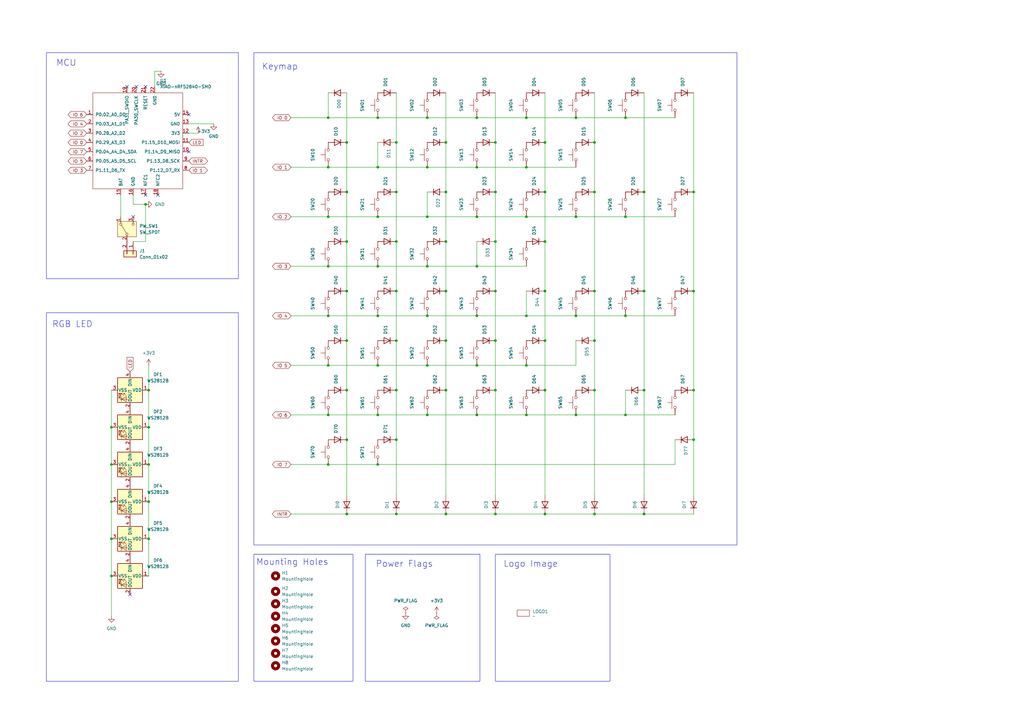
<source format=kicad_sch>
(kicad_sch (version 20250114) (generator "eeschema") (generator_version "9.0")
  (paper "A3")
  (title_block (title "Keyboard003 hmkb44") (date "2025-05-14") (rev "1.00"))
  (lib_symbols
    (symbol "1N4148_1" (pin_numbers (hide yes)) (pin_names (hide yes))
      (property "Reference" "D06" (at 0.635 -2.54 90))
      (symbol "1N4148_1_1_1"
        (pin passive line (at -3.81 0 0) (length 2.54) (name "K") (number "1"))
        (pin passive line (at 3.81 0 180) (length 2.54) (name "A") (number "2"))
      )
    )
    (symbol "Connector_Generic:Conn_01x02" (pin_names (offset 1.016) (hide yes))
      (property "Reference" "J" (at 0 2.54 0))
      (property "Value" "Conn_01x02" (at 0 -5.08 0))
      (symbol "Conn_01x02_1_1"
        (pin passive line (at -5.08 0 0) (length 3.81) (name "Pin_1") (number "1"))
        (pin passive line (at -5.08 -2.54 0) (length 3.81) (name "Pin_2") (number "2"))
      )
    )
    (symbol "Diode:1N4148" (pin_numbers (hide yes)) (pin_names (hide yes))
      (property "Reference" "D" (at 0 2.54 0))
      (property "Value" "1N4148" (at 0 -2.54 0))
      (symbol "1N4148_1_1"
        (pin passive line (at -3.81 0 0) (length 2.54) (name "K") (number "1"))
        (pin passive line (at 3.81 0 180) (length 2.54) (name "A") (number "2"))
      )
    )
    (symbol "LED:WS2812B" (pin_names (offset 0.254))
      (property "Reference" "D" (at 5.08 5.715 0))
      (property "Value" "WS2812B" (at 1.27 -5.715 0))
      (symbol "WS2812B_0_0"
        (text "RGB" (at 2.286 -4.191 0) (effects (font (size 0.762 0.762))))
      )
      (symbol "WS2812B_1_1"
        (pin input line (at -7.62 0 0) (length 2.54) (name "DIN") (number "4"))
        (pin power_in line (at 0 7.62 270) (length 2.54) (name "VDD") (number "1"))
        (pin power_in line (at 0 -7.62 90) (length 2.54) (name "VSS") (number "3"))
        (pin output line (at 7.62 0 180) (length 2.54) (name "DOUT") (number "2"))
      )
    )
    (symbol "Mechanical:MountingHole" (pin_names (offset 1.016)) (in_bom no)
      (property "Reference" "H" (at 0 5.08 0))
      (property "Value" "MountingHole" (at 0 3.175 0))
    )
    (symbol "MyLibrary:LOGO_1" (in_bom no)
      (property "Reference" "LOGO" (at 0 0 0))
    )
    (symbol "Switch:SW_Push" (pin_numbers (hide yes)) (pin_names (offset 1.016) (hide yes))
      (property "Reference" "SW" (at 1.27 2.54 0))
      (property "Value" "SW_Push" (at 0 -1.524 0))
      (symbol "SW_Push_0_1"
        (pin passive line (at -5.08 0 0) (length 2.54) (name "1") (number "1"))
        (pin passive line (at 5.08 0 180) (length 2.54) (name "2") (number "2"))
      )
    )
    (symbol "Switch:SW_SPDT" (pin_names (offset 0) (hide yes))
      (property "Reference" "SW" (at 0 5.08 0))
      (property "Value" "SW_SPDT" (at 0 -5.08 0))
      (symbol "SW_SPDT_1_1"
        (pin passive line (at -5.08 0 0) (length 2.54) (name "B") (number "2"))
        (pin passive line (at 5.08 2.54 180) (length 2.54) (name "A") (number "1"))
        (pin passive line (at 5.08 -2.54 180) (length 2.54) (name "C") (number "3"))
      )
    )
    (symbol "nrf52840:XIAO-nRF52840-SMD" (pin_names (offset 1.016))
      (property "Reference" "U" (at -18.542 23.114 0))
      (property "Value" "XIAO-nRF52840-SMD" (at -8.636 21.336 0))
      (symbol "XIAO-nRF52840-SMD_1_1"
        (pin passive line (at -21.59 11.43 0) (length 2.54) (name "P0.02_A0_D0") (number "1"))
        (pin passive line (at -21.59 7.62 0) (length 2.54) (name "P0.03_A1_D1") (number "2"))
        (pin passive line (at -21.59 3.81 0) (length 2.54) (name "P0.28_A2_D2") (number "3"))
        (pin passive line (at -21.59 0 0) (length 2.54) (name "P0.29_A3_D3") (number "4"))
        (pin passive line (at -21.59 -3.81 0) (length 2.54) (name "P0.04_A4_D4_SDA") (number "5"))
        (pin passive line (at -21.59 -7.62 0) (length 2.54) (name "P0.05_A5_D5_SCL") (number "6"))
        (pin passive line (at -21.59 -11.43 0) (length 2.54) (name "P1.11_D6_TX") (number "7"))
        (pin passive line (at -7.62 -21.59 90) (length 2.54) (name "BAT") (number "15"))
        (pin passive line (at -5.08 22.86 270) (length 2.54) (name "PA31_SWDIO") (number "19"))
        (pin passive line (at -2.54 -21.59 90) (length 2.54) (name "GND") (number "16"))
        (pin passive line (at -1.27 22.86 270) (length 2.54) (name "PA30_SWCLK") (number "20"))
        (pin passive line (at 2.54 22.86 270) (length 2.54) (name "RESET") (number "21"))
        (pin passive line (at 2.54 -21.59 90) (length 2.54) (name "NFC1") (number "17"))
        (pin passive line (at 6.35 22.86 270) (length 2.54) (name "GND") (number "22"))
        (pin passive line (at 7.62 -21.59 90) (length 2.54) (name "NFC2") (number "18"))
        (pin passive line (at 20.32 11.43 180) (length 2.54) (name "5V") (number "14"))
        (pin passive line (at 20.32 7.62 180) (length 2.54) (name "GND") (number "13"))
        (pin passive line (at 20.32 3.81 180) (length 2.54) (name "3V3") (number "12"))
        (pin passive line (at 20.32 0 180) (length 2.54) (name "P1.15_D10_MOSI") (number "11"))
        (pin passive line (at 20.32 -3.81 180) (length 2.54) (name "P1.14_D9_MISO") (number "10"))
        (pin passive line (at 20.32 -7.62 180) (length 2.54) (name "P1.13_D8_SCK") (number "9"))
        (pin passive line (at 20.32 -11.43 180) (length 2.54) (name "P1.12_D7_RX") (number "8"))
      )
    )
    (symbol "power:+3V3" (power) (pin_numbers (hide yes)) (pin_names (offset 0) (hide yes))
      (property "Value" "+3V3" (at 0 3.556 0))
      (symbol "+3V3_1_1"
        (pin power_in line (at 0 0 90) (length 0) (name "~") (number "1"))
      )
    )
    (symbol "power:GND" (power) (pin_numbers (hide yes)) (pin_names (offset 0) (hide yes))
      (property "Value" "GND" (at 0 -3.81 0))
      (symbol "GND_1_1"
        (pin power_in line (at 0 0 270) (length 0) (name "~") (number "1"))
      )
    )
    (symbol "power:PWR_FLAG" (power) (pin_numbers (hide yes)) (pin_names (offset 0) (hide yes))
      (property "Value" "PWR_FLAG" (at 0 3.81 0))
      (symbol "PWR_FLAG_0_0"
        (pin power_out line (at 0 0 90) (length 0) (name "~") (number "1"))
      )
    )
  )
  (rectangle (start 149.86 227.33) (end 196.85 279.4))
  (rectangle (start 203.2 227.33) (end 250.19 279.4))
  (rectangle (start 97.79 114.3) (end 19.05 21.59))
  (rectangle (start 104.14 21.59) (end 302.26 223.52))
  (rectangle (start 19.05 128.27) (end 97.79 279.4))
  (rectangle (start 104.14 227.33) (end 144.78 279.4))
  (text "MCU" (at 27.178 25.908 0) (effects (font (size 2.54 2.54))))
  (text "Mounting Holes" (at 119.888 230.632 0) (effects (font (size 2.54 2.54))))
  (text "RGB LED" (at 29.718 133.096 0) (effects (font (size 2.54 2.54))))
  (text "Logo Image" (at 217.678 231.394 0) (effects (font (size 2.54 2.54))))
  (text "Keymap" (at 114.808 27.432 0) (effects (font (size 2.54 2.54))))
  (text "Power Flags" (at 165.862 231.394 0) (effects (font (size 2.54 2.54))))
  (junction (at 223.52 119.38))
  (junction (at 162.56 99.06))
  (junction (at 203.2 99.06))
  (junction (at 142.24 99.06))
  (junction (at 60.96 175.26))
  (junction (at 162.56 180.34))
  (junction (at 45.72 236.22))
  (junction (at 154.94 68.58))
  (junction (at 195.58 129.54))
  (junction (at 134.62 88.9))
  (junction (at 154.94 88.9))
  (junction (at 142.24 180.34))
  (junction (at 223.52 210.82))
  (junction (at 215.9 68.58))
  (junction (at 243.84 119.38))
  (junction (at 223.52 99.06))
  (junction (at 203.2 119.38))
  (junction (at 215.9 48.26))
  (junction (at 154.94 48.26))
  (junction (at 256.54 170.18))
  (junction (at 215.9 129.54))
  (junction (at 203.2 78.74))
  (junction (at 264.16 119.38))
  (junction (at 162.56 119.38))
  (junction (at 162.56 210.82))
  (junction (at 236.22 48.26))
  (junction (at 154.94 109.22))
  (junction (at 154.94 129.54))
  (junction (at 223.52 139.7))
  (junction (at 195.58 170.18))
  (junction (at 134.62 109.22))
  (junction (at 60.96 205.74))
  (junction (at 134.62 68.58))
  (junction (at 134.62 48.26))
  (junction (at 142.24 119.38))
  (junction (at 264.16 210.82))
  (junction (at 162.56 139.7))
  (junction (at 175.26 170.18))
  (junction (at 60.96 220.98))
  (junction (at 243.84 139.7))
  (junction (at 182.88 78.74))
  (junction (at 45.72 175.26))
  (junction (at 195.58 149.86))
  (junction (at 162.56 78.74))
  (junction (at 134.62 149.86))
  (junction (at 236.22 170.18))
  (junction (at 243.84 58.42))
  (junction (at 195.58 109.22))
  (junction (at 284.48 119.38))
  (junction (at 236.22 88.9))
  (junction (at 45.72 220.98))
  (junction (at 195.58 88.9))
  (junction (at 215.9 88.9))
  (junction (at 142.24 78.74))
  (junction (at 142.24 139.7))
  (junction (at 154.94 170.18))
  (junction (at 203.2 160.02))
  (junction (at 195.58 68.58))
  (junction (at 284.48 180.34))
  (junction (at 45.72 190.5))
  (junction (at 134.62 190.5))
  (junction (at 142.24 160.02))
  (junction (at 215.9 149.86))
  (junction (at 236.22 129.54))
  (junction (at 142.24 58.42))
  (junction (at 182.88 160.02))
  (junction (at 60.96 190.5))
  (junction (at 223.52 160.02))
  (junction (at 175.26 109.22))
  (junction (at 243.84 160.02))
  (junction (at 134.62 170.18))
  (junction (at 175.26 68.58))
  (junction (at 175.26 149.86))
  (junction (at 182.88 210.82))
  (junction (at 182.88 119.38))
  (junction (at 45.72 205.74))
  (junction (at 243.84 78.74))
  (junction (at 223.52 58.42))
  (junction (at 195.58 48.26))
  (junction (at 256.54 129.54))
  (junction (at 59.69 83.82))
  (junction (at 256.54 48.26))
  (junction (at 203.2 210.82))
  (junction (at 60.96 160.02))
  (junction (at 162.56 58.42))
  (junction (at 162.56 160.02))
  (junction (at 175.26 129.54))
  (junction (at 182.88 139.7))
  (junction (at 175.26 88.9))
  (junction (at 182.88 99.06))
  (junction (at 264.16 78.74))
  (junction (at 182.88 58.42))
  (junction (at 264.16 160.02))
  (junction (at 154.94 149.86))
  (junction (at 256.54 88.9))
  (junction (at 284.48 78.74))
  (junction (at 243.84 210.82))
  (junction (at 215.9 170.18))
  (junction (at 203.2 58.42))
  (junction (at 284.48 160.02))
  (junction (at 203.2 139.7))
  (junction (at 154.94 190.5))
  (junction (at 223.52 78.74))
  (junction (at 142.24 210.82))
  (junction (at 134.62 129.54))
  (junction (at 175.26 48.26))
  (no_connect (at 64.77 80.01))
  (no_connect (at 53.34 243.84))
  (no_connect (at 52.07 35.56))
  (no_connect (at 54.61 88.9))
  (no_connect (at 59.69 35.56))
  (no_connect (at 77.47 46.99))
  (no_connect (at 55.88 35.56))
  (no_connect (at 59.69 80.01))
  (no_connect (at 77.47 62.23))
  (wire (pts (xy 256.54 170.18) (xy 276.86 170.18)))
  (wire (pts (xy 236.22 139.7) (xy 236.22 149.86)))
  (wire (pts (xy 182.88 38.1) (xy 182.88 58.42)))
  (wire (pts (xy 45.72 220.98) (xy 45.72 236.22)))
  (wire (pts (xy 264.16 160.02) (xy 264.16 203.2)))
  (wire (pts (xy 276.86 180.34) (xy 276.86 190.5)))
  (wire (pts (xy 175.26 48.26) (xy 195.58 48.26)))
  (wire (pts (xy 142.24 78.74) (xy 142.24 99.06)))
  (wire (pts (xy 256.54 129.54) (xy 276.86 129.54)))
  (wire (pts (xy 63.5 35.56) (xy 63.5 29.21)))
  (wire (pts (xy 215.9 119.38) (xy 215.9 129.54)))
  (wire (pts (xy 142.24 38.1) (xy 142.24 58.42)))
  (wire (pts (xy 175.26 149.86) (xy 195.58 149.86)))
  (wire (pts (xy 162.56 160.02) (xy 162.56 180.34)))
  (wire (pts (xy 142.24 203.2) (xy 142.24 180.34)))
  (wire (pts (xy 142.24 210.82) (xy 162.56 210.82)))
  (wire (pts (xy 154.94 48.26) (xy 175.26 48.26)))
  (wire (pts (xy 63.5 29.21) (xy 66.04 29.21)))
  (wire (pts (xy 236.22 88.9) (xy 256.54 88.9)))
  (wire (pts (xy 154.94 58.42) (xy 154.94 68.58)))
  (wire (pts (xy 203.2 78.74) (xy 203.2 99.06)))
  (wire (pts (xy 182.88 160.02) (xy 182.88 203.2)))
  (wire (pts (xy 195.58 149.86) (xy 215.9 149.86)))
  (wire (pts (xy 134.62 109.22) (xy 154.94 109.22)))
  (wire (pts (xy 175.26 170.18) (xy 195.58 170.18)))
  (wire (pts (xy 134.62 38.1) (xy 134.62 48.26)))
  (wire (pts (xy 195.58 68.58) (xy 215.9 68.58)))
  (wire (pts (xy 119.38 190.5) (xy 134.62 190.5)))
  (wire (pts (xy 223.52 119.38) (xy 223.52 139.7)))
  (wire (pts (xy 60.96 160.02) (xy 60.96 175.26)))
  (wire (pts (xy 175.26 129.54) (xy 195.58 129.54)))
  (wire (pts (xy 203.2 38.1) (xy 203.2 58.42)))
  (wire (pts (xy 195.58 170.18) (xy 215.9 170.18)))
  (wire (pts (xy 256.54 88.9) (xy 276.86 88.9)))
  (wire (pts (xy 203.2 160.02) (xy 203.2 203.2)))
  (wire (pts (xy 175.26 109.22) (xy 195.58 109.22)))
  (wire (pts (xy 60.96 205.74) (xy 60.96 220.98)))
  (wire (pts (xy 162.56 119.38) (xy 162.56 139.7)))
  (wire (pts (xy 264.16 78.74) (xy 264.16 119.38)))
  (wire (pts (xy 154.94 129.54) (xy 175.26 129.54)))
  (wire (pts (xy 236.22 170.18) (xy 256.54 170.18)))
  (wire (pts (xy 284.48 78.74) (xy 284.48 119.38)))
  (wire (pts (xy 45.72 205.74) (xy 45.72 220.98)))
  (wire (pts (xy 45.72 236.22) (xy 45.72 252.73)))
  (wire (pts (xy 134.62 68.58) (xy 154.94 68.58)))
  (wire (pts (xy 134.62 190.5) (xy 154.94 190.5)))
  (wire (pts (xy 60.96 149.86) (xy 60.96 160.02)))
  (wire (pts (xy 119.38 210.82) (xy 142.24 210.82)))
  (wire (pts (xy 264.16 119.38) (xy 264.16 160.02)))
  (wire (pts (xy 60.96 220.98) (xy 60.96 236.22)))
  (wire (pts (xy 119.38 170.18) (xy 134.62 170.18)))
  (wire (pts (xy 215.9 48.26) (xy 236.22 48.26)))
  (wire (pts (xy 154.94 190.5) (xy 276.86 190.5)))
  (wire (pts (xy 162.56 139.7) (xy 162.56 160.02)))
  (wire (pts (xy 215.9 170.18) (xy 236.22 170.18)))
  (wire (pts (xy 142.24 58.42) (xy 142.24 78.74)))
  (wire (pts (xy 236.22 48.26) (xy 256.54 48.26)))
  (wire (pts (xy 236.22 129.54) (xy 256.54 129.54)))
  (wire (pts (xy 162.56 78.74) (xy 162.56 99.06)))
  (wire (pts (xy 182.88 58.42) (xy 182.88 78.74)))
  (wire (pts (xy 162.56 38.1) (xy 162.56 58.42)))
  (wire (pts (xy 54.61 83.82) (xy 54.61 80.01)))
  (wire (pts (xy 182.88 78.74) (xy 182.88 99.06)))
  (wire (pts (xy 134.62 48.26) (xy 154.94 48.26)))
  (wire (pts (xy 182.88 139.7) (xy 182.88 160.02)))
  (wire (pts (xy 119.38 68.58) (xy 134.62 68.58)))
  (wire (pts (xy 284.48 203.2) (xy 284.48 180.34)))
  (wire (pts (xy 175.26 68.58) (xy 195.58 68.58)))
  (wire (pts (xy 119.38 149.86) (xy 134.62 149.86)))
  (wire (pts (xy 203.2 58.42) (xy 203.2 78.74)))
  (wire (pts (xy 182.88 119.38) (xy 182.88 139.7)))
  (wire (pts (xy 142.24 139.7) (xy 142.24 160.02)))
  (wire (pts (xy 119.38 48.26) (xy 134.62 48.26)))
  (wire (pts (xy 119.38 109.22) (xy 134.62 109.22)))
  (wire (pts (xy 154.94 88.9) (xy 175.26 88.9)))
  (wire (pts (xy 60.96 190.5) (xy 60.96 205.74)))
  (wire (pts (xy 243.84 160.02) (xy 243.84 203.2)))
  (wire (pts (xy 243.84 38.1) (xy 243.84 58.42)))
  (wire (pts (xy 243.84 139.7) (xy 243.84 160.02)))
  (wire (pts (xy 81.28 54.61) (xy 77.47 54.61)))
  (wire (pts (xy 142.24 119.38) (xy 142.24 139.7)))
  (wire (pts (xy 49.53 80.01) (xy 49.53 88.9)))
  (wire (pts (xy 59.69 83.82) (xy 54.61 83.82)))
  (wire (pts (xy 142.24 99.06) (xy 142.24 119.38)))
  (wire (pts (xy 243.84 58.42) (xy 243.84 78.74)))
  (wire (pts (xy 264.16 210.82) (xy 284.48 210.82)))
  (wire (pts (xy 243.84 78.74) (xy 243.84 119.38)))
  (wire (pts (xy 45.72 190.5) (xy 45.72 205.74)))
  (wire (pts (xy 142.24 160.02) (xy 142.24 180.34)))
  (wire (pts (xy 243.84 210.82) (xy 264.16 210.82)))
  (wire (pts (xy 134.62 129.54) (xy 154.94 129.54)))
  (wire (pts (xy 223.52 139.7) (xy 223.52 160.02)))
  (wire (pts (xy 45.72 175.26) (xy 45.72 190.5)))
  (wire (pts (xy 154.94 109.22) (xy 175.26 109.22)))
  (wire (pts (xy 223.52 38.1) (xy 223.52 58.42)))
  (wire (pts (xy 154.94 170.18) (xy 175.26 170.18)))
  (wire (pts (xy 215.9 149.86) (xy 236.22 149.86)))
  (wire (pts (xy 243.84 119.38) (xy 243.84 139.7)))
  (wire (pts (xy 175.26 78.74) (xy 175.26 88.9)))
  (wire (pts (xy 195.58 88.9) (xy 215.9 88.9)))
  (wire (pts (xy 77.47 50.8) (xy 87.63 50.8)))
  (wire (pts (xy 215.9 129.54) (xy 236.22 129.54)))
  (wire (pts (xy 162.56 58.42) (xy 162.56 78.74)))
  (wire (pts (xy 162.56 203.2) (xy 162.56 180.34)))
  (wire (pts (xy 59.69 99.06) (xy 59.69 83.82)))
  (wire (pts (xy 215.9 88.9) (xy 236.22 88.9)))
  (wire (pts (xy 223.52 160.02) (xy 223.52 203.2)))
  (wire (pts (xy 60.96 175.26) (xy 60.96 190.5)))
  (wire (pts (xy 203.2 210.82) (xy 223.52 210.82)))
  (wire (pts (xy 284.48 119.38) (xy 284.48 160.02)))
  (wire (pts (xy 264.16 38.1) (xy 264.16 78.74)))
  (wire (pts (xy 215.9 68.58) (xy 236.22 68.58)))
  (wire (pts (xy 182.88 210.82) (xy 203.2 210.82)))
  (wire (pts (xy 195.58 48.26) (xy 215.9 48.26)))
  (wire (pts (xy 223.52 210.82) (xy 243.84 210.82)))
  (wire (pts (xy 134.62 170.18) (xy 154.94 170.18)))
  (wire (pts (xy 162.56 210.82) (xy 182.88 210.82)))
  (wire (pts (xy 134.62 149.86) (xy 154.94 149.86)))
  (wire (pts (xy 203.2 119.38) (xy 203.2 139.7)))
  (wire (pts (xy 223.52 78.74) (xy 223.52 99.06)))
  (wire (pts (xy 223.52 99.06) (xy 223.52 119.38)))
  (wire (pts (xy 195.58 109.22) (xy 215.9 109.22)))
  (wire (pts (xy 284.48 38.1) (xy 284.48 78.74)))
  (wire (pts (xy 182.88 99.06) (xy 182.88 119.38)))
  (wire (pts (xy 256.54 48.26) (xy 276.86 48.26)))
  (wire (pts (xy 223.52 58.42) (xy 223.52 78.74)))
  (wire (pts (xy 54.61 99.06) (xy 59.69 99.06)))
  (wire (pts (xy 134.62 88.9) (xy 154.94 88.9)))
  (wire (pts (xy 154.94 68.58) (xy 175.26 68.58)))
  (wire (pts (xy 203.2 99.06) (xy 203.2 119.38)))
  (wire (pts (xy 195.58 129.54) (xy 215.9 129.54)))
  (wire (pts (xy 45.72 160.02) (xy 45.72 175.26)))
  (wire (pts (xy 203.2 139.7) (xy 203.2 160.02)))
  (wire (pts (xy 154.94 149.86) (xy 175.26 149.86)))
  (wire (pts (xy 119.38 88.9) (xy 134.62 88.9)))
  (wire (pts (xy 175.26 88.9) (xy 195.58 88.9)))
  (wire (pts (xy 119.38 129.54) (xy 134.62 129.54)))
  (wire (pts (xy 256.54 160.02) (xy 256.54 170.18)))
  (wire (pts (xy 284.48 160.02) (xy 284.48 180.34)))
  (wire (pts (xy 195.58 99.06) (xy 195.58 109.22)))
  (wire (pts (xy 162.56 99.06) (xy 162.56 119.38)))
  (global_label "INTR" (shape bidirectional) (at 77.47 66.04 0) (property "Intersheetrefs" "${INTERSHEET_REFS}" (effects (hide yes))))
  (global_label "LED" (shape input) (at 53.34 152.4 90) (property "Intersheetrefs" "${INTERSHEET_REFS}" (effects (hide yes))))
  (global_label "IO 1" (shape bidirectional) (at 77.47 69.85 0) (property "Intersheetrefs" "${INTERSHEET_REFS}" (effects (hide yes))))
  (global_label "IO 1" (shape bidirectional) (at 119.38 68.58 180) (property "Intersheetrefs" "${INTERSHEET_REFS}" (effects (hide yes))))
  (global_label "IO 6" (shape bidirectional) (at 35.56 46.99 180) (property "Intersheetrefs" "${INTERSHEET_REFS}" (effects (hide yes))))
  (global_label "IO 4" (shape bidirectional) (at 35.56 50.8 180) (property "Intersheetrefs" "${INTERSHEET_REFS}" (effects (hide yes))))
  (global_label "IO 0" (shape bidirectional) (at 119.38 48.26 180) (property "Intersheetrefs" "${INTERSHEET_REFS}" (effects (hide yes))))
  (global_label "IO 7" (shape bidirectional) (at 35.56 62.23 180) (property "Intersheetrefs" "${INTERSHEET_REFS}" (effects (hide yes))))
  (global_label "LED" (shape input) (at 77.47 58.42 0) (property "Intersheetrefs" "${INTERSHEET_REFS}" (effects (hide yes))))
  (global_label "IO 3" (shape bidirectional) (at 119.38 109.22 180) (property "Intersheetrefs" "${INTERSHEET_REFS}" (effects (hide yes))))
  (global_label "IO 3" (shape bidirectional) (at 35.56 69.85 180) (property "Intersheetrefs" "${INTERSHEET_REFS}" (effects (hide yes))))
  (global_label "IO 7" (shape bidirectional) (at 119.38 190.5 180) (property "Intersheetrefs" "${INTERSHEET_REFS}" (effects (hide yes))))
  (global_label "IO 0" (shape bidirectional) (at 35.56 58.42 180) (property "Intersheetrefs" "${INTERSHEET_REFS}" (effects (hide yes))))
  (global_label "INTR" (shape bidirectional) (at 119.38 210.82 180) (property "Intersheetrefs" "${INTERSHEET_REFS}" (effects (hide yes))))
  (global_label "IO 6" (shape bidirectional) (at 119.38 170.18 180) (property "Intersheetrefs" "${INTERSHEET_REFS}" (effects (hide yes))))
  (global_label "IO 5" (shape bidirectional) (at 35.56 66.04 180) (property "Intersheetrefs" "${INTERSHEET_REFS}" (effects (hide yes))))
  (global_label "IO 2" (shape bidirectional) (at 119.38 88.9 180) (property "Intersheetrefs" "${INTERSHEET_REFS}" (effects (hide yes))))
  (global_label "IO 4" (shape bidirectional) (at 119.38 129.54 180) (property "Intersheetrefs" "${INTERSHEET_REFS}" (effects (hide yes))))
  (global_label "IO 2" (shape bidirectional) (at 35.56 54.61 180) (property "Intersheetrefs" "${INTERSHEET_REFS}" (effects (hide yes))))
  (global_label "IO 5" (shape bidirectional) (at 119.38 149.86 180) (property "Intersheetrefs" "${INTERSHEET_REFS}" (effects (hide yes))))
  (symbol (lib_id "Mechanical:MountingHole") (at 113.03 267.97 0) (unit 1) (in_bom no)
    (property "Reference" "H7" (at 115.57 266.6999 0) (effects (justify left)))
    (property "Value" "MountingHole" (at 115.57 269.2399 0) (effects (justify left)))
    (property "Footprint" "MountingHole:MountingHole_2.2mm_M2" (effects (hide yes)))
    (property "Description" "Mounting Hole without connection" (effects (hide yes)))
  )
  (symbol (lib_id "Diode:1N4148") (at 284.48 207.01 90) (unit 1)
    (property "Reference" "DI7" (at 280.67 207.01 0))
    (property "Value" "1N4148W" (effects (hide yes)))
    (property "Footprint" "Diode_SMD:D_SOD-123" (effects (hide yes)))
    (property "Datasheet" "https://www.diodes.com/datasheet/download/BAV16W.pdf" (effects (hide yes)))
    (property "Sim.Device" "D" (effects (hide yes)))
    (property "Sim.Pins" "1=K 2=A" (effects (hide yes)))
    (property "LCSC" "C81598" (effects (hide yes)))
  )
  (symbol (lib_id "Diode:1N4148") (at 179.07 160.02 180) (unit 1)
    (property "Reference" "D62" (at 178.435 157.48 90) (effects (justify right)))
    (property "Value" "1N4148W" (effects (hide yes)))
    (property "Footprint" "Diode_SMD:D_SOD-123" (effects (hide yes)))
    (property "Datasheet" "https://www.diodes.com/datasheet/download/BAV16W.pdf" (effects (hide yes)))
    (property "Sim.Device" "D" (effects (hide yes)))
    (property "Sim.Pins" "1=K 2=A" (effects (hide yes)))
    (property "LCSC" "C81598" (effects (hide yes)))
  )
  (symbol (lib_id "Diode:1N4148") (at 158.75 58.42 0) (unit 1)
    (property "Reference" "D11" (at 159.385 60.96 90) (effects (justify right)))
    (property "Value" "1N4148W" (effects (hide yes)))
    (property "Footprint" "Diode_SMD:D_SOD-123" (effects (hide yes)))
    (property "Datasheet" "https://www.diodes.com/datasheet/download/BAV16W.pdf" (effects (hide yes)))
    (property "Sim.Device" "D" (effects (hide yes)))
    (property "Sim.Pins" "1=K 2=A" (effects (hide yes)))
    (property "LCSC" "C81598" (effects (hide yes)))
  )
  (symbol (lib_id "Diode:1N4148") (at 138.43 38.1 0) (unit 1)
    (property "Reference" "D00" (at 139.065 40.64 90) (effects (justify right)))
    (property "Value" "1N4148W" (effects (hide yes)))
    (property "Footprint" "Diode_SMD:D_SOD-123" (effects (hide yes)))
    (property "Datasheet" "https://www.diodes.com/datasheet/download/BAV16W.pdf" (effects (hide yes)))
    (property "Sim.Device" "D" (effects (hide yes)))
    (property "Sim.Pins" "1=K 2=A" (effects (hide yes)))
    (property "LCSC" "C81598" (effects (hide yes)))
  )
  (symbol (lib_id "Diode:1N4148") (at 138.43 119.38 180) (unit 1)
    (property "Reference" "D40" (at 137.795 116.84 90) (effects (justify right)))
    (property "Value" "1N4148W" (effects (hide yes)))
    (property "Footprint" "Diode_SMD:D_SOD-123" (effects (hide yes)))
    (property "Datasheet" "https://www.diodes.com/datasheet/download/BAV16W.pdf" (effects (hide yes)))
    (property "Sim.Device" "D" (effects (hide yes)))
    (property "Sim.Pins" "1=K 2=A" (effects (hide yes)))
    (property "LCSC" "C81598" (effects (hide yes)))
  )
  (symbol (lib_id "Diode:1N4148") (at 243.84 207.01 90) (unit 1)
    (property "Reference" "DI5" (at 240.03 207.01 0))
    (property "Value" "1N4148W" (effects (hide yes)))
    (property "Footprint" "Diode_SMD:D_SOD-123" (effects (hide yes)))
    (property "Datasheet" "https://www.diodes.com/datasheet/download/BAV16W.pdf" (effects (hide yes)))
    (property "Sim.Device" "D" (effects (hide yes)))
    (property "Sim.Pins" "1=K 2=A" (effects (hide yes)))
    (property "LCSC" "C81598" (effects (hide yes)))
  )
  (symbol (lib_id "LED:WS2812B") (at 53.34 160.02 270) (unit 1) (in_bom no)
    (property "Reference" "DF1" (at 64.77 153.5998 90))
    (property "Value" "WS2812B" (at 64.77 156.1398 90))
    (property "Footprint" "LED_SMD:LED_WS2812B_PLCC4_5.0x5.0mm_P3.2mm" (effects (hide yes)))
    (property "Datasheet" "https://cdn-shop.adafruit.com/datasheets/WS2812B.pdf" (effects (hide yes)))
    (property "Description" "RGB LED with integrated controller" (effects (hide yes)))
  )
  (symbol (lib_id "Diode:1N4148") (at 264.16 207.01 90) (unit 1)
    (property "Reference" "DI6" (at 260.35 207.01 0))
    (property "Value" "1N4148W" (effects (hide yes)))
    (property "Footprint" "Diode_SMD:D_SOD-123" (effects (hide yes)))
    (property "Datasheet" "https://www.diodes.com/datasheet/download/BAV16W.pdf" (effects (hide yes)))
    (property "Sim.Device" "D" (effects (hide yes)))
    (property "Sim.Pins" "1=K 2=A" (effects (hide yes)))
    (property "LCSC" "C81598" (effects (hide yes)))
  )
  (symbol (lib_id "Switch:SW_Push") (at 134.62 124.46 90) (unit 1) (in_bom no)
    (property "Reference" "SW40" (at 128.27 124.46 0))
    (property "Value" "SW_Push" (effects (hide yes)))
    (property "Footprint" "00_kbd_SW:CherryMX_Hotswap_1.25u" (effects (hide yes)))
  )
  (symbol (lib_id "Diode:1N4148") (at 240.03 38.1 180) (unit 1)
    (property "Reference" "D05" (at 239.395 35.56 90) (effects (justify right)))
    (property "Value" "1N4148W" (effects (hide yes)))
    (property "Footprint" "Diode_SMD:D_SOD-123" (effects (hide yes)))
    (property "Datasheet" "https://www.diodes.com/datasheet/download/BAV16W.pdf" (effects (hide yes)))
    (property "Sim.Device" "D" (effects (hide yes)))
    (property "Sim.Pins" "1=K 2=A" (effects (hide yes)))
    (property "LCSC" "C81598" (effects (hide yes)))
  )
  (symbol (lib_id "Switch:SW_Push") (at 215.9 144.78 90) (unit 1) (in_bom no)
    (property "Reference" "SW54" (at 209.55 144.78 0))
    (property "Value" "SW_Push" (effects (hide yes)))
    (property "Footprint" "00_kbd_SW:CherryMX_Hotswap_1.75u" (effects (hide yes)))
  )
  (symbol (lib_id "Diode:1N4148") (at 158.75 160.02 180) (unit 1)
    (property "Reference" "D61" (at 158.115 157.48 90) (effects (justify right)))
    (property "Value" "1N4148W" (effects (hide yes)))
    (property "Footprint" "Diode_SMD:D_SOD-123" (effects (hide yes)))
    (property "Datasheet" "https://www.diodes.com/datasheet/download/BAV16W.pdf" (effects (hide yes)))
    (property "Sim.Device" "D" (effects (hide yes)))
    (property "Sim.Pins" "1=K 2=A" (effects (hide yes)))
    (property "LCSC" "C81598" (effects (hide yes)))
  )
  (symbol (lib_id "Mechanical:MountingHole") (at 113.03 252.73 0) (unit 1) (in_bom no)
    (property "Reference" "H4" (at 115.57 251.4599 0) (effects (justify left)))
    (property "Value" "MountingHole" (at 115.57 253.9999 0) (effects (justify left)))
    (property "Footprint" "MountingHole:MountingHole_2.2mm_M2" (effects (hide yes)))
    (property "Description" "Mounting Hole without connection" (effects (hide yes)))
  )
  (symbol (lib_id "Diode:1N4148") (at 240.03 160.02 180) (unit 1)
    (property "Reference" "D65" (at 239.395 157.48 90) (effects (justify right)))
    (property "Value" "1N4148W" (effects (hide yes)))
    (property "Footprint" "Diode_SMD:D_SOD-123" (effects (hide yes)))
    (property "Datasheet" "https://www.diodes.com/datasheet/download/BAV16W.pdf" (effects (hide yes)))
    (property "Sim.Device" "D" (effects (hide yes)))
    (property "Sim.Pins" "1=K 2=A" (effects (hide yes)))
    (property "LCSC" "C81598" (effects (hide yes)))
  )
  (symbol (lib_id "Switch:SW_Push") (at 215.9 165.1 90) (unit 1) (in_bom no)
    (property "Reference" "SW64" (at 209.55 165.1 0))
    (property "Value" "SW_Push" (effects (hide yes)))
    (property "Footprint" "00_kbd_SW:CherryMX_Hotswap_1u" (effects (hide yes)))
  )
  (symbol (lib_id "Switch:SW_Push") (at 154.94 104.14 90) (unit 1) (in_bom no)
    (property "Reference" "SW31" (at 148.59 104.14 0))
    (property "Value" "SW_Push" (effects (hide yes)))
    (property "Footprint" "00_kbd_SW:CherryMX_Hotswap_1u" (effects (hide yes)))
  )
  (symbol (lib_id "Switch:SW_Push") (at 276.86 124.46 90) (unit 1) (in_bom no)
    (property "Reference" "SW47" (at 270.51 124.46 0))
    (property "Value" "SW_Push" (effects (hide yes)))
    (property "Footprint" "00_kbd_SW:CherryMX_Hotswap_1u" (effects (hide yes)))
  )
  (symbol (lib_id "Mechanical:MountingHole") (at 113.03 257.81 0) (unit 1) (in_bom no)
    (property "Reference" "H5" (at 115.57 256.5399 0) (effects (justify left)))
    (property "Value" "MountingHole" (at 115.57 259.0799 0) (effects (justify left)))
    (property "Footprint" "MountingHole:MountingHole_2.2mm_M2" (effects (hide yes)))
    (property "Description" "Mounting Hole without connection" (effects (hide yes)))
  )
  (symbol (lib_id "Switch:SW_Push") (at 195.58 83.82 90) (unit 1) (in_bom no)
    (property "Reference" "SW23" (at 189.23 83.82 0))
    (property "Value" "SW_Push" (effects (hide yes)))
    (property "Footprint" "00_kbd_SW:CherryMX_Hotswap_1u" (effects (hide yes)))
  )
  (symbol (lib_id "Diode:1N4148") (at 260.35 160.02 0) (unit 1)
    (property "Reference" "D66" (at 260.985 162.56 90) (effects (justify right)))
    (property "Value" "1N4148W" (effects (hide yes)))
    (property "Footprint" "Diode_SMD:D_SOD-123" (effects (hide yes)))
    (property "Datasheet" "https://www.diodes.com/datasheet/download/BAV16W.pdf" (effects (hide yes)))
    (property "Sim.Device" "D" (effects (hide yes)))
    (property "Sim.Pins" "1=K 2=A" (effects (hide yes)))
    (property "LCSC" "C81598" (effects (hide yes)))
  )
  (symbol (lib_id "Diode:1N4148") (at 199.39 160.02 180) (unit 1)
    (property "Reference" "D63" (at 198.755 157.48 90) (effects (justify right)))
    (property "Value" "1N4148W" (effects (hide yes)))
    (property "Footprint" "Diode_SMD:D_SOD-123" (effects (hide yes)))
    (property "Datasheet" "https://www.diodes.com/datasheet/download/BAV16W.pdf" (effects (hide yes)))
    (property "Sim.Device" "D" (effects (hide yes)))
    (property "Sim.Pins" "1=K 2=A" (effects (hide yes)))
    (property "LCSC" "C81598" (effects (hide yes)))
  )
  (symbol (lib_id "Switch:SW_Push") (at 195.58 63.5 90) (unit 1) (in_bom no)
    (property "Reference" "SW13" (at 189.23 63.5 0))
    (property "Value" "SW_Push" (effects (hide yes)))
    (property "Footprint" "00_kbd_SW:CherryMX_Hotswap_1u" (effects (hide yes)))
  )
  (symbol (lib_id "nrf52840:XIAO-nRF52840-SMD") (at 57.15 58.42 0) (unit 1) (in_bom no)
    (property "Reference" "U1" (at 65.6433 33.02 0) (effects (justify left)))
    (property "Value" "XIAO-nRF52840-SMD" (at 65.6433 35.56 0) (effects (justify left)))
    (property "Footprint" "MyLibrary:XIAO-nRF52840-SMD" (effects (hide yes)))
  )
  (symbol (lib_id "Switch:SW_Push") (at 134.62 104.14 90) (unit 1) (in_bom no)
    (property "Reference" "SW30" (at 128.27 104.14 0))
    (property "Value" "SW_Push" (effects (hide yes)))
    (property "Footprint" "00_kbd_SW:CherryMX_Hotswap_1u" (effects (hide yes)))
  )
  (symbol (lib_id "Mechanical:MountingHole") (at 113.03 262.89 0) (unit 1) (in_bom no)
    (property "Reference" "H6" (at 115.57 261.6199 0) (effects (justify left)))
    (property "Value" "MountingHole" (at 115.57 264.1599 0) (effects (justify left)))
    (property "Footprint" "MountingHole:MountingHole_2.2mm_M2" (effects (hide yes)))
    (property "Description" "Mounting Hole without connection" (effects (hide yes)))
  )
  (symbol (lib_id "Switch:SW_Push") (at 215.9 63.5 90) (unit 1) (in_bom no)
    (property "Reference" "SW14" (at 209.55 63.5 0))
    (property "Value" "SW_Push" (effects (hide yes)))
    (property "Footprint" "00_kbd_SW:CherryMX_Hotswap_1u" (effects (hide yes)))
  )
  (symbol (lib_id "Diode:1N4148") (at 219.71 139.7 180) (unit 1)
    (property "Reference" "D54" (at 219.075 137.16 90) (effects (justify right)))
    (property "Value" "1N4148W" (effects (hide yes)))
    (property "Footprint" "Diode_SMD:D_SOD-123" (effects (hide yes)))
    (property "Datasheet" "https://www.diodes.com/datasheet/download/BAV16W.pdf" (effects (hide yes)))
    (property "Sim.Device" "D" (effects (hide yes)))
    (property "Sim.Pins" "1=K 2=A" (effects (hide yes)))
    (property "LCSC" "C81598" (effects (hide yes)))
  )
  (symbol (lib_id "Diode:1N4148") (at 260.35 78.74 180) (unit 1)
    (property "Reference" "D26" (at 259.715 76.2 90) (effects (justify right)))
    (property "Value" "1N4148W" (effects (hide yes)))
    (property "Footprint" "Diode_SMD:D_SOD-123" (effects (hide yes)))
    (property "Datasheet" "https://www.diodes.com/datasheet/download/BAV16W.pdf" (effects (hide yes)))
    (property "Sim.Device" "D" (effects (hide yes)))
    (property "Sim.Pins" "1=K 2=A" (effects (hide yes)))
    (property "LCSC" "C81598" (effects (hide yes)))
  )
  (symbol (lib_id "Switch:SW_Push") (at 175.26 63.5 90) (unit 1) (in_bom no)
    (property "Reference" "SW12" (at 168.91 63.5 0))
    (property "Value" "SW_Push" (effects (hide yes)))
    (property "Footprint" "00_kbd_SW:CherryMX_Hotswap_1u" (effects (hide yes)))
  )
  (symbol (lib_id "Diode:1N4148") (at 199.39 119.38 180) (unit 1)
    (property "Reference" "D43" (at 198.755 116.84 90) (effects (justify right)))
    (property "Value" "1N4148W" (effects (hide yes)))
    (property "Footprint" "Diode_SMD:D_SOD-123" (effects (hide yes)))
    (property "Datasheet" "https://www.diodes.com/datasheet/download/BAV16W.pdf" (effects (hide yes)))
    (property "Sim.Device" "D" (effects (hide yes)))
    (property "Sim.Pins" "1=K 2=A" (effects (hide yes)))
    (property "LCSC" "C81598" (effects (hide yes)))
  )
  (symbol (lib_id "Switch:SW_Push") (at 276.86 43.18 90) (unit 1) (in_bom no)
    (property "Reference" "SW07" (at 270.51 43.18 0))
    (property "Value" "SW_Push" (effects (hide yes)))
    (property "Footprint" "00_kbd_SW:CherryMX_Hotswap_1u" (effects (hide yes)))
  )
  (symbol (lib_id "Switch:SW_Push") (at 154.94 185.42 90) (unit 1) (in_bom no)
    (property "Reference" "SW71" (at 148.59 185.42 0))
    (property "Value" "SW_Push" (effects (hide yes)))
    (property "Footprint" "00_kbd_SW:CherryMX_Hotswap_1.25u" (effects (hide yes)))
  )
  (symbol (lib_id "Switch:SW_Push") (at 134.62 63.5 90) (unit 1) (in_bom no)
    (property "Reference" "SW10" (at 128.27 63.5 0))
    (property "Value" "SW_Push" (effects (hide yes)))
    (property "Footprint" "00_kbd_SW:CherryMX_Hotswap_1u" (effects (hide yes)))
  )
  (symbol (lib_id "Diode:1N4148") (at 158.75 99.06 180) (unit 1)
    (property "Reference" "D31" (at 158.115 96.52 90) (effects (justify right)))
    (property "Value" "1N4148W" (effects (hide yes)))
    (property "Footprint" "Diode_SMD:D_SOD-123" (effects (hide yes)))
    (property "Datasheet" "https://www.diodes.com/datasheet/download/BAV16W.pdf" (effects (hide yes)))
    (property "Sim.Device" "D" (effects (hide yes)))
    (property "Sim.Pins" "1=K 2=A" (effects (hide yes)))
    (property "LCSC" "C81598" (effects (hide yes)))
  )
  (symbol (lib_id "Switch:SW_Push") (at 154.94 124.46 90) (unit 1) (in_bom no)
    (property "Reference" "SW41" (at 148.59 124.46 0))
    (property "Value" "SW_Push" (effects (hide yes)))
    (property "Footprint" "00_kbd_SW:CherryMX_Hotswap_1u" (effects (hide yes)))
  )
  (symbol (lib_id "Diode:1N4148") (at 138.43 160.02 180) (unit 1)
    (property "Reference" "D60" (at 137.795 157.48 90) (effects (justify right)))
    (property "Value" "1N4148W" (effects (hide yes)))
    (property "Footprint" "Diode_SMD:D_SOD-123" (effects (hide yes)))
    (property "Datasheet" "https://www.diodes.com/datasheet/download/BAV16W.pdf" (effects (hide yes)))
    (property "Sim.Device" "D" (effects (hide yes)))
    (property "Sim.Pins" "1=K 2=A" (effects (hide yes)))
    (property "LCSC" "C81598" (effects (hide yes)))
  )
  (symbol (lib_id "Diode:1N4148") (at 280.67 160.02 180) (unit 1)
    (property "Reference" "D67" (at 280.035 157.48 90) (effects (justify right)))
    (property "Value" "1N4148W" (effects (hide yes)))
    (property "Footprint" "Diode_SMD:D_SOD-123" (effects (hide yes)))
    (property "Datasheet" "https://www.diodes.com/datasheet/download/BAV16W.pdf" (effects (hide yes)))
    (property "Sim.Device" "D" (effects (hide yes)))
    (property "Sim.Pins" "1=K 2=A" (effects (hide yes)))
    (property "LCSC" "C81598" (effects (hide yes)))
  )
  (symbol (lib_id "Diode:1N4148") (at 179.07 99.06 180) (unit 1)
    (property "Reference" "D32" (at 178.435 96.52 90) (effects (justify right)))
    (property "Value" "1N4148W" (effects (hide yes)))
    (property "Footprint" "Diode_SMD:D_SOD-123" (effects (hide yes)))
    (property "Datasheet" "https://www.diodes.com/datasheet/download/BAV16W.pdf" (effects (hide yes)))
    (property "Sim.Device" "D" (effects (hide yes)))
    (property "Sim.Pins" "1=K 2=A" (effects (hide yes)))
    (property "LCSC" "C81598" (effects (hide yes)))
  )
  (symbol (lib_id "Diode:1N4148") (at 158.75 180.34 180) (unit 1)
    (property "Reference" "D71" (at 158.115 177.8 90) (effects (justify right)))
    (property "Value" "1N4148W" (effects (hide yes)))
    (property "Footprint" "Diode_SMD:D_SOD-123" (effects (hide yes)))
    (property "Datasheet" "https://www.diodes.com/datasheet/download/BAV16W.pdf" (effects (hide yes)))
    (property "Sim.Device" "D" (effects (hide yes)))
    (property "Sim.Pins" "1=K 2=A" (effects (hide yes)))
    (property "LCSC" "C81598" (effects (hide yes)))
  )
  (symbol (lib_id "Diode:1N4148") (at 240.03 119.38 180) (unit 1)
    (property "Reference" "D45" (at 239.395 116.84 90) (effects (justify right)))
    (property "Value" "1N4148W" (effects (hide yes)))
    (property "Footprint" "Diode_SMD:D_SOD-123" (effects (hide yes)))
    (property "Datasheet" "https://www.diodes.com/datasheet/download/BAV16W.pdf" (effects (hide yes)))
    (property "Sim.Device" "D" (effects (hide yes)))
    (property "Sim.Pins" "1=K 2=A" (effects (hide yes)))
    (property "LCSC" "C81598" (effects (hide yes)))
  )
  (symbol (lib_id "Switch:SW_Push") (at 175.26 104.14 90) (unit 1) (in_bom no)
    (property "Reference" "SW32" (at 168.91 104.14 0))
    (property "Value" "SW_Push" (effects (hide yes)))
    (property "Footprint" "00_kbd_SW:CherryMX_Hotswap_1u" (effects (hide yes)))
  )
  (symbol (lib_id "Diode:1N4148") (at 142.24 207.01 90) (unit 1)
    (property "Reference" "DI0" (at 138.43 207.01 0))
    (property "Value" "1N4148W" (effects (hide yes)))
    (property "Footprint" "Diode_SMD:D_SOD-123" (effects (hide yes)))
    (property "Datasheet" "https://www.diodes.com/datasheet/download/BAV16W.pdf" (effects (hide yes)))
    (property "Sim.Device" "D" (effects (hide yes)))
    (property "Sim.Pins" "1=K 2=A" (effects (hide yes)))
    (property "LCSC" "C81598" (effects (hide yes)))
  )
  (symbol (lib_id "Diode:1N4148") (at 179.07 139.7 180) (unit 1)
    (property "Reference" "D52" (at 178.435 137.16 90) (effects (justify right)))
    (property "Value" "1N4148W" (effects (hide yes)))
    (property "Footprint" "Diode_SMD:D_SOD-123" (effects (hide yes)))
    (property "Datasheet" "https://www.diodes.com/datasheet/download/BAV16W.pdf" (effects (hide yes)))
    (property "Sim.Device" "D" (effects (hide yes)))
    (property "Sim.Pins" "1=K 2=A" (effects (hide yes)))
    (property "LCSC" "C81598" (effects (hide yes)))
  )
  (symbol (lib_id "Diode:1N4148") (at 219.71 160.02 180) (unit 1)
    (property "Reference" "D64" (at 219.075 157.48 90) (effects (justify right)))
    (property "Value" "1N4148W" (effects (hide yes)))
    (property "Footprint" "Diode_SMD:D_SOD-123" (effects (hide yes)))
    (property "Datasheet" "https://www.diodes.com/datasheet/download/BAV16W.pdf" (effects (hide yes)))
    (property "Sim.Device" "D" (effects (hide yes)))
    (property "Sim.Pins" "1=K 2=A" (effects (hide yes)))
    (property "LCSC" "C81598" (effects (hide yes)))
  )
  (symbol (lib_id "Switch:SW_Push") (at 236.22 165.1 90) (unit 1) (in_bom no)
    (property "Reference" "SW65" (at 229.87 165.1 0))
    (property "Value" "SW_Push" (effects (hide yes)))
    (property "Footprint" "00_kbd_SW:CherryMX_Hotswap_2.25u" (effects (hide yes)))
  )
  (symbol (lib_id "Diode:1N4148") (at 280.67 38.1 180) (unit 1)
    (property "Reference" "D07" (at 280.035 35.56 90) (effects (justify right)))
    (property "Value" "1N4148W" (effects (hide yes)))
    (property "Footprint" "Diode_SMD:D_SOD-123" (effects (hide yes)))
    (property "Datasheet" "https://www.diodes.com/datasheet/download/BAV16W.pdf" (effects (hide yes)))
    (property "Sim.Device" "D" (effects (hide yes)))
    (property "Sim.Pins" "1=K 2=A" (effects (hide yes)))
    (property "LCSC" "C81598" (effects (hide yes)))
  )
  (symbol (lib_id "Diode:1N4148") (at 158.75 119.38 180) (unit 1)
    (property "Reference" "D41" (at 158.115 116.84 90) (effects (justify right)))
    (property "Value" "1N4148W" (effects (hide yes)))
    (property "Footprint" "Diode_SMD:D_SOD-123" (effects (hide yes)))
    (property "Datasheet" "https://www.diodes.com/datasheet/download/BAV16W.pdf" (effects (hide yes)))
    (property "Sim.Device" "D" (effects (hide yes)))
    (property "Sim.Pins" "1=K 2=A" (effects (hide yes)))
    (property "LCSC" "C81598" (effects (hide yes)))
  )
  (symbol (lib_id "Diode:1N4148") (at 138.43 180.34 180) (unit 1)
    (property "Reference" "D70" (at 137.795 177.8 90) (effects (justify right)))
    (property "Value" "1N4148W" (effects (hide yes)))
    (property "Footprint" "Diode_SMD:D_SOD-123" (effects (hide yes)))
    (property "Datasheet" "https://www.diodes.com/datasheet/download/BAV16W.pdf" (effects (hide yes)))
    (property "Sim.Device" "D" (effects (hide yes)))
    (property "Sim.Pins" "1=K 2=A" (effects (hide yes)))
    (property "LCSC" "C81598" (effects (hide yes)))
  )
  (symbol (lib_id "Diode:1N4148") (at 162.56 207.01 90) (unit 1)
    (property "Reference" "DI1" (at 158.75 207.01 0))
    (property "Value" "1N4148W" (effects (hide yes)))
    (property "Footprint" "Diode_SMD:D_SOD-123" (effects (hide yes)))
    (property "Datasheet" "https://www.diodes.com/datasheet/download/BAV16W.pdf" (effects (hide yes)))
    (property "Sim.Device" "D" (effects (hide yes)))
    (property "Sim.Pins" "1=K 2=A" (effects (hide yes)))
    (property "LCSC" "C81598" (effects (hide yes)))
  )
  (symbol (lib_id "Diode:1N4148") (at 158.75 78.74 180) (unit 1)
    (property "Reference" "D21" (at 158.115 76.2 90) (effects (justify right)))
    (property "Value" "1N4148W" (effects (hide yes)))
    (property "Footprint" "Diode_SMD:D_SOD-123" (effects (hide yes)))
    (property "Datasheet" "https://www.diodes.com/datasheet/download/BAV16W.pdf" (effects (hide yes)))
    (property "Sim.Device" "D" (effects (hide yes)))
    (property "Sim.Pins" "1=K 2=A" (effects (hide yes)))
    (property "LCSC" "C81598" (effects (hide yes)))
  )
  (symbol (lib_id "Switch:SW_Push") (at 256.54 124.46 90) (unit 1) (in_bom no)
    (property "Reference" "SW46" (at 250.19 124.46 0))
    (property "Value" "SW_Push" (effects (hide yes)))
    (property "Footprint" "00_kbd_SW:CherryMX_Hotswap_1u" (effects (hide yes)))
  )
  (symbol (lib_id "Diode:1N4148") (at 240.03 58.42 180) (unit 1)
    (property "Reference" "D15" (at 239.395 55.88 90) (effects (justify right)))
    (property "Value" "1N4148W" (effects (hide yes)))
    (property "Footprint" "Diode_SMD:D_SOD-123" (effects (hide yes)))
    (property "Datasheet" "https://www.diodes.com/datasheet/download/BAV16W.pdf" (effects (hide yes)))
    (property "Sim.Device" "D" (effects (hide yes)))
    (property "Sim.Pins" "1=K 2=A" (effects (hide yes)))
    (property "LCSC" "C81598" (effects (hide yes)))
  )
  (symbol (lib_id "Switch:SW_Push") (at 175.26 43.18 90) (unit 1) (in_bom no)
    (property "Reference" "SW02" (at 168.91 43.18 0))
    (property "Value" "SW_Push" (effects (hide yes)))
    (property "Footprint" "00_kbd_SW:CherryMX_Hotswap_1u" (effects (hide yes)))
  )
  (symbol (lib_id "Diode:1N4148") (at 219.71 38.1 180) (unit 1)
    (property "Reference" "D04" (at 219.075 35.56 90) (effects (justify right)))
    (property "Value" "1N4148W" (effects (hide yes)))
    (property "Footprint" "Diode_SMD:D_SOD-123" (effects (hide yes)))
    (property "Datasheet" "https://www.diodes.com/datasheet/download/BAV16W.pdf" (effects (hide yes)))
    (property "Sim.Device" "D" (effects (hide yes)))
    (property "Sim.Pins" "1=K 2=A" (effects (hide yes)))
    (property "LCSC" "C81598" (effects (hide yes)))
  )
  (symbol (lib_id "Switch:SW_Push") (at 256.54 83.82 90) (unit 1) (in_bom no)
    (property "Reference" "SW26" (at 250.19 83.82 0))
    (property "Value" "SW_Push" (effects (hide yes)))
    (property "Footprint" "00_kbd_SW:CherryMX_Hotswap_1u" (effects (hide yes)))
  )
  (symbol (lib_id "Mechanical:MountingHole") (at 113.03 242.57 0) (unit 1) (in_bom no)
    (property "Reference" "H2" (at 115.57 241.2999 0) (effects (justify left)))
    (property "Value" "MountingHole" (at 115.57 243.8399 0) (effects (justify left)))
    (property "Footprint" "MountingHole:MountingHole_2.2mm_M2" (effects (hide yes)))
    (property "Description" "Mounting Hole without connection" (effects (hide yes)))
  )
  (symbol (lib_id "Diode:1N4148") (at 199.39 139.7 180) (unit 1)
    (property "Reference" "D53" (at 198.755 137.16 90) (effects (justify right)))
    (property "Value" "1N4148W" (effects (hide yes)))
    (property "Footprint" "Diode_SMD:D_SOD-123" (effects (hide yes)))
    (property "Datasheet" "https://www.diodes.com/datasheet/download/BAV16W.pdf" (effects (hide yes)))
    (property "Sim.Device" "D" (effects (hide yes)))
    (property "Sim.Pins" "1=K 2=A" (effects (hide yes)))
    (property "LCSC" "C81598" (effects (hide yes)))
  )
  (symbol (lib_id "Switch:SW_Push") (at 175.26 165.1 90) (unit 1) (in_bom no)
    (property "Reference" "SW62" (at 168.91 165.1 0))
    (property "Value" "SW_Push" (effects (hide yes)))
    (property "Footprint" "00_kbd_SW:CherryMX_Hotswap_1.25u" (effects (hide yes)))
  )
  (symbol (lib_id "Diode:1N4148") (at 199.39 78.74 180) (unit 1)
    (property "Reference" "D23" (at 198.755 76.2 90) (effects (justify right)))
    (property "Value" "1N4148W" (effects (hide yes)))
    (property "Footprint" "Diode_SMD:D_SOD-123" (effects (hide yes)))
    (property "Datasheet" "https://www.diodes.com/datasheet/download/BAV16W.pdf" (effects (hide yes)))
    (property "Sim.Device" "D" (effects (hide yes)))
    (property "Sim.Pins" "1=K 2=A" (effects (hide yes)))
    (property "LCSC" "C81598" (effects (hide yes)))
  )
  (symbol (lib_id "LED:WS2812B") (at 53.34 190.5 270) (unit 1) (in_bom no)
    (property "Reference" "DF3" (at 64.77 184.0798 90))
    (property "Value" "WS2812B" (at 64.77 186.6198 90))
    (property "Footprint" "LED_SMD:LED_WS2812B_PLCC4_5.0x5.0mm_P3.2mm" (effects (hide yes)))
    (property "Datasheet" "https://cdn-shop.adafruit.com/datasheets/WS2812B.pdf" (effects (hide yes)))
    (property "Description" "RGB LED with integrated controller" (effects (hide yes)))
  )
  (symbol (lib_id "Diode:1N4148") (at 219.71 99.06 180) (unit 1)
    (property "Reference" "D34" (at 219.075 96.52 90) (effects (justify right)))
    (property "Value" "1N4148W" (effects (hide yes)))
    (property "Footprint" "Diode_SMD:D_SOD-123" (effects (hide yes)))
    (property "Datasheet" "https://www.diodes.com/datasheet/download/BAV16W.pdf" (effects (hide yes)))
    (property "Sim.Device" "D" (effects (hide yes)))
    (property "Sim.Pins" "1=K 2=A" (effects (hide yes)))
    (property "LCSC" "C81598" (effects (hide yes)))
  )
  (symbol (lib_id "Diode:1N4148") (at 138.43 58.42 180) (unit 1)
    (property "Reference" "D10" (at 137.795 55.88 90) (effects (justify right)))
    (property "Value" "1N4148W" (effects (hide yes)))
    (property "Footprint" "Diode_SMD:D_SOD-123" (effects (hide yes)))
    (property "Datasheet" "https://www.diodes.com/datasheet/download/BAV16W.pdf" (effects (hide yes)))
    (property "Sim.Device" "D" (effects (hide yes)))
    (property "Sim.Pins" "1=K 2=A" (effects (hide yes)))
    (property "LCSC" "C81598" (effects (hide yes)))
  )
  (symbol (lib_id "Switch:SW_Push") (at 154.94 144.78 90) (unit 1) (in_bom no)
    (property "Reference" "SW51" (at 148.59 144.78 0))
    (property "Value" "SW_Push" (effects (hide yes)))
    (property "Footprint" "00_kbd_SW:CherryMX_Hotswap_1u" (effects (hide yes)))
  )
  (symbol (lib_id "Diode:1N4148") (at 138.43 78.74 180) (unit 1)
    (property "Reference" "D20" (at 137.795 76.2 90) (effects (justify right)))
    (property "Value" "1N4148W" (effects (hide yes)))
    (property "Footprint" "Diode_SMD:D_SOD-123" (effects (hide yes)))
    (property "Datasheet" "https://www.diodes.com/datasheet/download/BAV16W.pdf" (effects (hide yes)))
    (property "Sim.Device" "D" (effects (hide yes)))
    (property "Sim.Pins" "1=K 2=A" (effects (hide yes)))
    (property "LCSC" "C81598" (effects (hide yes)))
  )
  (symbol (lib_id "Switch:SW_Push") (at 215.9 83.82 90) (unit 1) (in_bom no)
    (property "Reference" "SW24" (at 209.55 83.82 0))
    (property "Value" "SW_Push" (effects (hide yes)))
    (property "Footprint" "00_kbd_SW:CherryMX_Hotswap_1u" (effects (hide yes)))
  )
  (symbol (lib_id "MyLibrary:LOGO_1") (at 214.63 251.46 0) (unit 1) (in_bom no)
    (property "Reference" "LOGO1" (at 218.44 250.8249 0) (effects (justify left)))
    (property "Value" "~" (at 218.44 252.73 0) (effects (justify left)))
    (property "Footprint" "MyLibrary:LOGO" (effects (hide yes)))
  )
  (symbol (lib_id "Switch:SW_Push") (at 154.94 165.1 90) (unit 1) (in_bom no)
    (property "Reference" "SW61" (at 148.59 165.1 0))
    (property "Value" "SW_Push" (effects (hide yes)))
    (property "Footprint" "00_kbd_SW:CherryMX_Hotswap_1.25u" (effects (hide yes)))
  )
  (symbol (lib_id "Switch:SW_Push") (at 276.86 165.1 90) (unit 1) (in_bom no)
    (property "Reference" "SW67" (at 270.51 165.1 0))
    (property "Value" "SW_Push" (effects (hide yes)))
    (property "Footprint" "00_kbd_SW:CherryMX_Hotswap_1.25u" (effects (hide yes)))
  )
  (symbol (lib_id "Switch:SW_Push") (at 195.58 124.46 90) (unit 1) (in_bom no)
    (property "Reference" "SW43" (at 189.23 124.46 0))
    (property "Value" "SW_Push" (effects (hide yes)))
    (property "Footprint" "00_kbd_SW:CherryMX_Hotswap_1u" (effects (hide yes)))
  )
  (symbol (lib_id "power:GND") (at 45.72 252.73 0) (unit 1)
    (property "Reference" "#PWR02" (effects (hide yes)))
    (property "Value" "GND" (at 45.72 257.81 0))
    (property "Description" "Power symbol creates a global label with name \"GND\" , ground" (effects (hide yes)))
  )
  (symbol (lib_id "Diode:1N4148") (at 138.43 99.06 180) (unit 1)
    (property "Reference" "D30" (at 137.795 96.52 90) (effects (justify right)))
    (property "Value" "1N4148W" (effects (hide yes)))
    (property "Footprint" "Diode_SMD:D_SOD-123" (effects (hide yes)))
    (property "Datasheet" "https://www.diodes.com/datasheet/download/BAV16W.pdf" (effects (hide yes)))
    (property "Sim.Device" "D" (effects (hide yes)))
    (property "Sim.Pins" "1=K 2=A" (effects (hide yes)))
    (property "LCSC" "C81598" (effects (hide yes)))
  )
  (symbol (lib_id "Switch:SW_Push") (at 276.86 83.82 90) (unit 1) (in_bom no)
    (property "Reference" "SW27" (at 270.51 83.82 0))
    (property "Value" "SW_Push" (effects (hide yes)))
    (property "Footprint" "00_kbd_SW:CherryMX_Hotswap_1u" (effects (hide yes)))
  )
  (symbol (lib_id "Switch:SW_Push") (at 236.22 63.5 90) (unit 1) (in_bom no)
    (property "Reference" "SW15" (at 229.87 63.5 0))
    (property "Value" "SW_Push" (effects (hide yes)))
    (property "Footprint" "00_kbd_SW:CherryMX_Hotswap_1.5u" (effects (hide yes)))
  )
  (symbol (lib_id "Diode:1N4148") (at 223.52 207.01 90) (unit 1)
    (property "Reference" "DI4" (at 219.71 207.01 0))
    (property "Value" "1N4148W" (effects (hide yes)))
    (property "Footprint" "Diode_SMD:D_SOD-123" (effects (hide yes)))
    (property "Datasheet" "https://www.diodes.com/datasheet/download/BAV16W.pdf" (effects (hide yes)))
    (property "Sim.Device" "D" (effects (hide yes)))
    (property "Sim.Pins" "1=K 2=A" (effects (hide yes)))
    (property "LCSC" "C81598" (effects (hide yes)))
  )
  (symbol (lib_id "power:+3V3") (at 179.07 251.46 0) (unit 1)
    (property "Reference" "#PWR03" (effects (hide yes)))
    (property "Value" "+3V3" (at 179.07 246.38 0))
    (property "Description" "Power symbol creates a global label with name \"+3V3\"" (effects (hide yes)))
  )
  (symbol (lib_id "Switch:SW_Push") (at 134.62 185.42 90) (unit 1) (in_bom no)
    (property "Reference" "SW70" (at 128.27 185.42 0))
    (property "Value" "SW_Push" (effects (hide yes)))
    (property "Footprint" "00_kbd_SW:CherryMX_Hotswap_1.25u" (effects (hide yes)))
  )
  (symbol (lib_id "Mechanical:MountingHole") (at 113.03 236.22 0) (unit 1) (in_bom no)
    (property "Reference" "H1" (at 115.57 234.9499 0) (effects (justify left)))
    (property "Value" "MountingHole" (at 115.57 237.4899 0) (effects (justify left)))
    (property "Footprint" "MountingHole:MountingHole_2.2mm_M2" (effects (hide yes)))
    (property "Description" "Mounting Hole without connection" (effects (hide yes)))
  )
  (symbol (lib_id "Mechanical:MountingHole") (at 113.03 247.65 0) (unit 1) (in_bom no)
    (property "Reference" "H3" (at 115.57 246.3799 0) (effects (justify left)))
    (property "Value" "MountingHole" (at 115.57 248.9199 0) (effects (justify left)))
    (property "Footprint" "MountingHole:MountingHole_2.2mm_M2" (effects (hide yes)))
    (property "Description" "Mounting Hole without connection" (effects (hide yes)))
  )
  (symbol (lib_id "Diode:1N4148") (at 280.67 180.34 0) (unit 1)
    (property "Reference" "D77" (at 281.305 182.88 90) (effects (justify right)))
    (property "Value" "1N4148W" (effects (hide yes)))
    (property "Footprint" "Diode_SMD:D_SOD-123" (effects (hide yes)))
    (property "Datasheet" "https://www.diodes.com/datasheet/download/BAV16W.pdf" (effects (hide yes)))
    (property "Sim.Device" "D" (effects (hide yes)))
    (property "Sim.Pins" "1=K 2=A" (effects (hide yes)))
    (property "LCSC" "C81598" (effects (hide yes)))
  )
  (symbol (lib_id "power:GND") (at 166.37 251.46 0) (unit 1)
    (property "Reference" "#PWR04" (effects (hide yes)))
    (property "Value" "GND" (at 166.37 256.54 0))
    (property "Description" "Power symbol creates a global label with name \"GND\" , ground" (effects (hide yes)))
  )
  (symbol (lib_id "power:+3V3") (at 60.96 149.86 0) (unit 1)
    (property "Reference" "#PWR01" (effects (hide yes)))
    (property "Value" "+3V3" (at 60.96 144.78 0))
    (property "Description" "Power symbol creates a global label with name \"+3V3\"" (effects (hide yes)))
  )
  (symbol (lib_id "Diode:1N4148") (at 203.2 207.01 90) (unit 1)
    (property "Reference" "DI3" (at 199.39 207.01 0))
    (property "Value" "1N4148W" (effects (hide yes)))
    (property "Footprint" "Diode_SMD:D_SOD-123" (effects (hide yes)))
    (property "Datasheet" "https://www.diodes.com/datasheet/download/BAV16W.pdf" (effects (hide yes)))
    (property "Sim.Device" "D" (effects (hide yes)))
    (property "Sim.Pins" "1=K 2=A" (effects (hide yes)))
    (property "LCSC" "C81598" (effects (hide yes)))
  )
  (symbol (lib_name "1N4148_1") (lib_id "Diode:1N4148") (at 260.35 38.1 180) (unit 1)
    (property "Reference" "D06" (at 259.715 35.56 90) (effects (justify right)))
    (property "Value" "1N4148W" (effects (hide yes)))
    (property "Footprint" "Diode_SMD:D_SOD-123" (effects (hide yes)))
    (property "Datasheet" "https://www.diodes.com/datasheet/download/BAV16W.pdf" (effects (hide yes)))
    (property "Sim.Device" "D" (effects (hide yes)))
    (property "Sim.Pins" "1=K 2=A" (effects (hide yes)))
    (property "LCSC" "C81598" (effects (hide yes)))
  )
  (symbol (lib_id "Diode:1N4148") (at 182.88 207.01 90) (unit 1)
    (property "Reference" "DI2" (at 179.07 207.01 0))
    (property "Value" "1N4148W" (effects (hide yes)))
    (property "Footprint" "Diode_SMD:D_SOD-123" (effects (hide yes)))
    (property "Datasheet" "https://www.diodes.com/datasheet/download/BAV16W.pdf" (effects (hide yes)))
    (property "Sim.Device" "D" (effects (hide yes)))
    (property "Sim.Pins" "1=K 2=A" (effects (hide yes)))
    (property "LCSC" "C81598" (effects (hide yes)))
  )
  (symbol (lib_id "Switch:SW_Push") (at 195.58 144.78 90) (unit 1) (in_bom no)
    (property "Reference" "SW53" (at 189.23 144.78 0))
    (property "Value" "SW_Push" (effects (hide yes)))
    (property "Footprint" "00_kbd_SW:CherryMX_Hotswap_1u" (effects (hide yes)))
  )
  (symbol (lib_id "Switch:SW_Push") (at 134.62 165.1 90) (unit 1) (in_bom no)
    (property "Reference" "SW60" (at 128.27 165.1 0))
    (property "Value" "SW_Push" (effects (hide yes)))
    (property "Footprint" "00_kbd_SW:CherryMX_Hotswap_1.25u" (effects (hide yes)))
  )
  (symbol (lib_id "Diode:1N4148") (at 199.39 38.1 180) (unit 1)
    (property "Reference" "D03" (at 198.755 35.56 90) (effects (justify right)))
    (property "Value" "1N4148W" (effects (hide yes)))
    (property "Footprint" "Diode_SMD:D_SOD-123" (effects (hide yes)))
    (property "Datasheet" "https://www.diodes.com/datasheet/download/BAV16W.pdf" (effects (hide yes)))
    (property "Sim.Device" "D" (effects (hide yes)))
    (property "Sim.Pins" "1=K 2=A" (effects (hide yes)))
    (property "LCSC" "C81598" (effects (hide yes)))
  )
  (symbol (lib_id "Diode:1N4148") (at 280.67 78.74 180) (unit 1)
    (property "Reference" "D27" (at 280.035 76.2 90) (effects (justify right)))
    (property "Value" "1N4148W" (effects (hide yes)))
    (property "Footprint" "Diode_SMD:D_SOD-123" (effects (hide yes)))
    (property "Datasheet" "https://www.diodes.com/datasheet/download/BAV16W.pdf" (effects (hide yes)))
    (property "Sim.Device" "D" (effects (hide yes)))
    (property "Sim.Pins" "1=K 2=A" (effects (hide yes)))
    (property "LCSC" "C81598" (effects (hide yes)))
  )
  (symbol (lib_id "Switch:SW_Push") (at 215.9 43.18 90) (unit 1) (in_bom no)
    (property "Reference" "SW04" (at 209.55 43.18 0))
    (property "Value" "SW_Push" (effects (hide yes)))
    (property "Footprint" "00_kbd_SW:CherryMX_Hotswap_1u" (effects (hide yes)))
  )
  (symbol (lib_id "Diode:1N4148") (at 179.07 38.1 180) (unit 1)
    (property "Reference" "D02" (at 178.435 35.56 90) (effects (justify right)))
    (property "Value" "1N4148W" (effects (hide yes)))
    (property "Footprint" "Diode_SMD:D_SOD-123" (effects (hide yes)))
    (property "Datasheet" "https://www.diodes.com/datasheet/download/BAV16W.pdf" (effects (hide yes)))
    (property "Sim.Device" "D" (effects (hide yes)))
    (property "Sim.Pins" "1=K 2=A" (effects (hide yes)))
    (property "LCSC" "C81598" (effects (hide yes)))
  )
  (symbol (lib_id "Switch:SW_Push") (at 236.22 124.46 90) (unit 1) (in_bom no)
    (property "Reference" "SW45" (at 229.87 124.46 0))
    (property "Value" "SW_Push" (effects (hide yes)))
    (property "Footprint" "00_kbd_SW:CherryMX_Hotswap_1u" (effects (hide yes)))
  )
  (symbol (lib_id "power:+3V3") (at 81.28 54.61 0) (unit 1)
    (property "Reference" "#PWR08" (effects (hide yes)))
    (property "Value" "+3V3" (at 83.566 53.848 0))
    (property "Description" "Power symbol creates a global label with name \"+3V3\"" (effects (hide yes)))
  )
  (symbol (lib_id "Diode:1N4148") (at 179.07 78.74 0) (unit 1)
    (property "Reference" "D22" (at 179.705 81.28 90) (effects (justify right)))
    (property "Value" "1N4148W" (effects (hide yes)))
    (property "Footprint" "Diode_SMD:D_SOD-123" (effects (hide yes)))
    (property "Datasheet" "https://www.diodes.com/datasheet/download/BAV16W.pdf" (effects (hide yes)))
    (property "Sim.Device" "D" (effects (hide yes)))
    (property "Sim.Pins" "1=K 2=A" (effects (hide yes)))
    (property "LCSC" "C81598" (effects (hide yes)))
  )
  (symbol (lib_id "Switch:SW_Push") (at 195.58 165.1 90) (unit 1) (in_bom no)
    (property "Reference" "SW63" (at 189.23 165.1 0))
    (property "Value" "SW_Push" (effects (hide yes)))
    (property "Footprint" "00_kbd_SW:CherryMX_Hotswap_2.25u" (effects (hide yes)))
  )
  (symbol (lib_id "LED:WS2812B") (at 53.34 205.74 270) (unit 1) (in_bom no)
    (property "Reference" "DF4" (at 64.77 199.3198 90))
    (property "Value" "WS2812B" (at 64.77 201.8598 90))
    (property "Footprint" "LED_SMD:LED_WS2812B_PLCC4_5.0x5.0mm_P3.2mm" (effects (hide yes)))
    (property "Datasheet" "https://cdn-shop.adafruit.com/datasheets/WS2812B.pdf" (effects (hide yes)))
    (property "Description" "RGB LED with integrated controller" (effects (hide yes)))
  )
  (symbol (lib_id "Diode:1N4148") (at 240.03 139.7 0) (unit 1)
    (property "Reference" "D55" (at 240.665 142.24 90) (effects (justify right)))
    (property "Value" "1N4148W" (effects (hide yes)))
    (property "Footprint" "Diode_SMD:D_SOD-123" (effects (hide yes)))
    (property "Datasheet" "https://www.diodes.com/datasheet/download/BAV16W.pdf" (effects (hide yes)))
    (property "Sim.Device" "D" (effects (hide yes)))
    (property "Sim.Pins" "1=K 2=A" (effects (hide yes)))
    (property "LCSC" "C81598" (effects (hide yes)))
  )
  (symbol (lib_id "Switch:SW_Push") (at 175.26 124.46 90) (unit 1) (in_bom no)
    (property "Reference" "SW42" (at 168.91 124.46 0))
    (property "Value" "SW_Push" (effects (hide yes)))
    (property "Footprint" "00_kbd_SW:CherryMX_Hotswap_1u" (effects (hide yes)))
  )
  (symbol (lib_id "Switch:SW_Push") (at 215.9 104.14 90) (unit 1) (in_bom no)
    (property "Reference" "SW34" (at 209.55 104.14 0))
    (property "Value" "SW_Push" (effects (hide yes)))
    (property "Footprint" "00_kbd_SW:CherryMX_Hotswap_2.25u" (effects (hide yes)))
  )
  (symbol (lib_id "power:GND") (at 59.69 83.82 90) (unit 1)
    (property "Reference" "#PWR07" (effects (hide yes)))
    (property "Value" "GND" (at 63.5 83.8199 90) (effects (justify right)))
    (property "Description" "Power symbol creates a global label with name \"GND\" , ground" (effects (hide yes)))
  )
  (symbol (lib_id "power:PWR_FLAG") (at 166.37 251.46 0) (unit 1)
    (property "Reference" "#FLG01" (effects (hide yes)))
    (property "Value" "PWR_FLAG" (at 166.37 246.38 0))
    (property "Description" "Special symbol for telling ERC where power comes from" (effects (hide yes)))
  )
  (symbol (lib_id "Switch:SW_Push") (at 236.22 43.18 90) (unit 1) (in_bom no)
    (property "Reference" "SW05" (at 229.87 43.18 0))
    (property "Value" "SW_Push" (effects (hide yes)))
    (property "Footprint" "00_kbd_SW:CherryMX_Hotswap_1u" (effects (hide yes)))
  )
  (symbol (lib_id "Diode:1N4148") (at 219.71 119.38 0) (unit 1)
    (property "Reference" "D44" (at 220.345 121.92 90) (effects (justify right)))
    (property "Value" "1N4148W" (effects (hide yes)))
    (property "Footprint" "Diode_SMD:D_SOD-123" (effects (hide yes)))
    (property "Datasheet" "https://www.diodes.com/datasheet/download/BAV16W.pdf" (effects (hide yes)))
    (property "Sim.Device" "D" (effects (hide yes)))
    (property "Sim.Pins" "1=K 2=A" (effects (hide yes)))
    (property "LCSC" "C81598" (effects (hide yes)))
  )
  (symbol (lib_id "Switch:SW_Push") (at 154.94 43.18 90) (unit 1) (in_bom no)
    (property "Reference" "SW01" (at 148.59 43.18 0))
    (property "Value" "SW_Push" (effects (hide yes)))
    (property "Footprint" "00_kbd_SW:CherryMX_Hotswap_1.5u" (effects (hide yes)))
  )
  (symbol (lib_id "Switch:SW_Push") (at 175.26 144.78 90) (unit 1) (in_bom no)
    (property "Reference" "SW52" (at 168.91 144.78 0))
    (property "Value" "SW_Push" (effects (hide yes)))
    (property "Footprint" "00_kbd_SW:CherryMX_Hotswap_1u" (effects (hide yes)))
  )
  (symbol (lib_id "Diode:1N4148") (at 260.35 119.38 180) (unit 1)
    (property "Reference" "D46" (at 259.715 116.84 90) (effects (justify right)))
    (property "Value" "1N4148W" (effects (hide yes)))
    (property "Footprint" "Diode_SMD:D_SOD-123" (effects (hide yes)))
    (property "Datasheet" "https://www.diodes.com/datasheet/download/BAV16W.pdf" (effects (hide yes)))
    (property "Sim.Device" "D" (effects (hide yes)))
    (property "Sim.Pins" "1=K 2=A" (effects (hide yes)))
    (property "LCSC" "C81598" (effects (hide yes)))
  )
  (symbol (lib_id "Switch:SW_Push") (at 195.58 43.18 90) (unit 1) (in_bom no)
    (property "Reference" "SW03" (at 189.23 43.18 0))
    (property "Value" "SW_Push" (effects (hide yes)))
    (property "Footprint" "00_kbd_SW:CherryMX_Hotswap_1u" (effects (hide yes)))
  )
  (symbol (lib_id "Diode:1N4148") (at 179.07 119.38 180) (unit 1)
    (property "Reference" "D42" (at 178.435 116.84 90) (effects (justify right)))
    (property "Value" "1N4148W" (effects (hide yes)))
    (property "Footprint" "Diode_SMD:D_SOD-123" (effects (hide yes)))
    (property "Datasheet" "https://www.diodes.com/datasheet/download/BAV16W.pdf" (effects (hide yes)))
    (property "Sim.Device" "D" (effects (hide yes)))
    (property "Sim.Pins" "1=K 2=A" (effects (hide yes)))
    (property "LCSC" "C81598" (effects (hide yes)))
  )
  (symbol (lib_id "Switch:SW_Push") (at 236.22 83.82 90) (unit 1) (in_bom no)
    (property "Reference" "SW25" (at 229.87 83.82 0))
    (property "Value" "SW_Push" (effects (hide yes)))
    (property "Footprint" "00_kbd_SW:CherryMX_Hotswap_1u" (effects (hide yes)))
  )
  (symbol (lib_id "LED:WS2812B") (at 53.34 220.98 270) (unit 1) (in_bom no)
    (property "Reference" "DF5" (at 64.77 214.5598 90))
    (property "Value" "WS2812B" (at 64.77 217.0998 90))
    (property "Footprint" "LED_SMD:LED_WS2812B_PLCC4_5.0x5.0mm_P3.2mm" (effects (hide yes)))
    (property "Datasheet" "https://cdn-shop.adafruit.com/datasheets/WS2812B.pdf" (effects (hide yes)))
    (property "Description" "RGB LED with integrated controller" (effects (hide yes)))
  )
  (symbol (lib_id "Diode:1N4148") (at 138.43 139.7 180) (unit 1)
    (property "Reference" "D50" (at 137.795 137.16 90) (effects (justify right)))
    (property "Value" "1N4148W" (effects (hide yes)))
    (property "Footprint" "Diode_SMD:D_SOD-123" (effects (hide yes)))
    (property "Datasheet" "https://www.diodes.com/datasheet/download/BAV16W.pdf" (effects (hide yes)))
    (property "Sim.Device" "D" (effects (hide yes)))
    (property "Sim.Pins" "1=K 2=A" (effects (hide yes)))
    (property "LCSC" "C81598" (effects (hide yes)))
  )
  (symbol (lib_id "Mechanical:MountingHole") (at 113.03 273.05 0) (unit 1) (in_bom no)
    (property "Reference" "H8" (at 115.57 271.7799 0) (effects (justify left)))
    (property "Value" "MountingHole" (at 115.57 274.3199 0) (effects (justify left)))
    (property "Footprint" "MountingHole:MountingHole_2.2mm_M2" (effects (hide yes)))
    (property "Description" "Mounting Hole without connection" (effects (hide yes)))
  )
  (symbol (lib_id "LED:WS2812B") (at 53.34 236.22 270) (unit 1) (in_bom no)
    (property "Reference" "DF6" (at 64.77 229.7998 90))
    (property "Value" "WS2812B" (at 64.77 232.3398 90))
    (property "Footprint" "LED_SMD:LED_WS2812B_PLCC4_5.0x5.0mm_P3.2mm" (effects (hide yes)))
    (property "Datasheet" "https://cdn-shop.adafruit.com/datasheets/WS2812B.pdf" (effects (hide yes)))
    (property "Description" "RGB LED with integrated controller" (effects (hide yes)))
  )
  (symbol (lib_id "Diode:1N4148") (at 158.75 139.7 180) (unit 1)
    (property "Reference" "D51" (at 158.115 137.16 90) (effects (justify right)))
    (property "Value" "1N4148W" (effects (hide yes)))
    (property "Footprint" "Diode_SMD:D_SOD-123" (effects (hide yes)))
    (property "Datasheet" "https://www.diodes.com/datasheet/download/BAV16W.pdf" (effects (hide yes)))
    (property "Sim.Device" "D" (effects (hide yes)))
    (property "Sim.Pins" "1=K 2=A" (effects (hide yes)))
    (property "LCSC" "C81598" (effects (hide yes)))
  )
  (symbol (lib_id "Diode:1N4148") (at 179.07 58.42 180) (unit 1)
    (property "Reference" "D12" (at 178.435 55.88 90) (effects (justify right)))
    (property "Value" "1N4148W" (effects (hide yes)))
    (property "Footprint" "Diode_SMD:D_SOD-123" (effects (hide yes)))
    (property "Datasheet" "https://www.diodes.com/datasheet/download/BAV16W.pdf" (effects (hide yes)))
    (property "Sim.Device" "D" (effects (hide yes)))
    (property "Sim.Pins" "1=K 2=A" (effects (hide yes)))
    (property "LCSC" "C81598" (effects (hide yes)))
  )
  (symbol (lib_id "Diode:1N4148") (at 158.75 38.1 180) (unit 1)
    (property "Reference" "D01" (at 158.115 35.56 90) (effects (justify right)))
    (property "Value" "1N4148W" (effects (hide yes)))
    (property "Footprint" "Diode_SMD:D_SOD-123" (effects (hide yes)))
    (property "Datasheet" "https://www.diodes.com/datasheet/download/BAV16W.pdf" (effects (hide yes)))
    (property "Sim.Device" "D" (effects (hide yes)))
    (property "Sim.Pins" "1=K 2=A" (effects (hide yes)))
    (property "LCSC" "C81598" (effects (hide yes)))
  )
  (symbol (lib_id "Switch:SW_Push") (at 134.62 144.78 90) (unit 1) (in_bom no)
    (property "Reference" "SW50" (at 128.27 144.78 0))
    (property "Value" "SW_Push" (effects (hide yes)))
    (property "Footprint" "00_kbd_SW:CherryMX_Hotswap_1u" (effects (hide yes)))
  )
  (symbol (lib_id "Switch:SW_Push") (at 154.94 83.82 90) (unit 1) (in_bom no)
    (property "Reference" "SW21" (at 148.59 83.82 0))
    (property "Value" "SW_Push" (effects (hide yes)))
    (property "Footprint" "00_kbd_SW:CherryMX_Hotswap_1u" (effects (hide yes)))
  )
  (symbol (lib_id "Diode:1N4148") (at 219.71 58.42 180) (unit 1)
    (property "Reference" "D14" (at 219.075 55.88 90) (effects (justify right)))
    (property "Value" "1N4148W" (effects (hide yes)))
    (property "Footprint" "Diode_SMD:D_SOD-123" (effects (hide yes)))
    (property "Datasheet" "https://www.diodes.com/datasheet/download/BAV16W.pdf" (effects (hide yes)))
    (property "Sim.Device" "D" (effects (hide yes)))
    (property "Sim.Pins" "1=K 2=A" (effects (hide yes)))
    (property "LCSC" "C81598" (effects (hide yes)))
  )
  (symbol (lib_id "Diode:1N4148") (at 280.67 119.38 180) (unit 1)
    (property "Reference" "D47" (at 280.035 116.84 90) (effects (justify right)))
    (property "Value" "1N4148W" (effects (hide yes)))
    (property "Footprint" "Diode_SMD:D_SOD-123" (effects (hide yes)))
    (property "Datasheet" "https://www.diodes.com/datasheet/download/BAV16W.pdf" (effects (hide yes)))
    (property "Sim.Device" "D" (effects (hide yes)))
    (property "Sim.Pins" "1=K 2=A" (effects (hide yes)))
    (property "LCSC" "C81598" (effects (hide yes)))
  )
  (symbol (lib_id "LED:WS2812B") (at 53.34 175.26 270) (unit 1) (in_bom no)
    (property "Reference" "DF2" (at 64.77 168.8398 90))
    (property "Value" "WS2812B" (at 64.77 171.3798 90))
    (property "Footprint" "LED_SMD:LED_WS2812B_PLCC4_5.0x5.0mm_P3.2mm" (effects (hide yes)))
    (property "Datasheet" "https://cdn-shop.adafruit.com/datasheets/WS2812B.pdf" (effects (hide yes)))
    (property "Description" "RGB LED with integrated controller" (effects (hide yes)))
  )
  (symbol (lib_id "power:PWR_FLAG") (at 179.07 251.46 180) (unit 1)
    (property "Reference" "#FLG02" (effects (hide yes)))
    (property "Value" "PWR_FLAG" (at 179.07 256.54 0))
    (property "Description" "Special symbol for telling ERC where power comes from" (effects (hide yes)))
  )
  (symbol (lib_id "Diode:1N4148") (at 199.39 99.06 0) (unit 1)
    (property "Reference" "D33" (at 200.025 101.6 90) (effects (justify right)))
    (property "Value" "1N4148W" (effects (hide yes)))
    (property "Footprint" "Diode_SMD:D_SOD-123" (effects (hide yes)))
    (property "Datasheet" "https://www.diodes.com/datasheet/download/BAV16W.pdf" (effects (hide yes)))
    (property "Sim.Device" "D" (effects (hide yes)))
    (property "Sim.Pins" "1=K 2=A" (effects (hide yes)))
    (property "LCSC" "C81598" (effects (hide yes)))
  )
  (symbol (lib_id "Diode:1N4148") (at 219.71 78.74 180) (unit 1)
    (property "Reference" "D24" (at 219.075 76.2 90) (effects (justify right)))
    (property "Value" "1N4148W" (effects (hide yes)))
    (property "Footprint" "Diode_SMD:D_SOD-123" (effects (hide yes)))
    (property "Datasheet" "https://www.diodes.com/datasheet/download/BAV16W.pdf" (effects (hide yes)))
    (property "Sim.Device" "D" (effects (hide yes)))
    (property "Sim.Pins" "1=K 2=A" (effects (hide yes)))
    (property "LCSC" "C81598" (effects (hide yes)))
  )
  (symbol (lib_id "power:GND") (at 66.04 29.21 0) (unit 1)
    (property "Reference" "#PWR09" (effects (hide yes)))
    (property "Value" "GND" (at 66.04 34.29 0))
    (property "Description" "Power symbol creates a global label with name \"GND\" , ground" (effects (hide yes)))
  )
  (symbol (lib_id "Switch:SW_Push") (at 134.62 83.82 90) (unit 1) (in_bom no)
    (property "Reference" "SW20" (at 128.27 83.82 0))
    (property "Value" "SW_Push" (effects (hide yes)))
    (property "Footprint" "00_kbd_SW:CherryMX_Hotswap_1.75u" (effects (hide yes)))
  )
  (symbol (lib_id "Connector_Generic:Conn_01x02") (at 54.61 104.14 270) (unit 1) (in_bom no)
    (property "Reference" "J1" (at 57.15 102.8699 90) (effects (justify left)))
    (property "Value" "Conn_01x02" (at 57.15 105.4099 90) (effects (justify left)))
    (property "Footprint" "Connector_JST:JST_PH_S2B-PH-K_1x02_P2.00mm_Horizontal" (effects (hide yes)))
    (property "Description" "Generic connector, single row, 01x02, script generated (kicad-library-utils/schlib/autogen/connector/)" (effects (hide yes)))
  )
  (symbol (lib_id "Diode:1N4148") (at 199.39 58.42 180) (unit 1)
    (property "Reference" "D13" (at 198.755 55.88 90) (effects (justify right)))
    (property "Value" "1N4148W" (effects (hide yes)))
    (property "Footprint" "Diode_SMD:D_SOD-123" (effects (hide yes)))
    (property "Datasheet" "https://www.diodes.com/datasheet/download/BAV16W.pdf" (effects (hide yes)))
    (property "Sim.Device" "D" (effects (hide yes)))
    (property "Sim.Pins" "1=K 2=A" (effects (hide yes)))
    (property "LCSC" "C81598" (effects (hide yes)))
  )
  (symbol (lib_id "Diode:1N4148") (at 240.03 78.74 180) (unit 1)
    (property "Reference" "D25" (at 239.395 76.2 90) (effects (justify right)))
    (property "Value" "1N4148W" (effects (hide yes)))
    (property "Footprint" "Diode_SMD:D_SOD-123" (effects (hide yes)))
    (property "Datasheet" "https://www.diodes.com/datasheet/download/BAV16W.pdf" (effects (hide yes)))
    (property "Sim.Device" "D" (effects (hide yes)))
    (property "Sim.Pins" "1=K 2=A" (effects (hide yes)))
    (property "LCSC" "C81598" (effects (hide yes)))
  )
  (symbol (lib_id "Switch:SW_Push") (at 256.54 43.18 90) (unit 1) (in_bom no)
    (property "Reference" "SW06" (at 250.19 43.18 0))
    (property "Value" "SW_Push" (effects (hide yes)))
    (property "Footprint" "00_kbd_SW:CherryMX_Hotswap_1u" (effects (hide yes)))
  )
  (symbol (lib_id "power:GND") (at 87.63 50.8 0) (unit 1)
    (property "Reference" "#PWR06" (effects (hide yes)))
    (property "Value" "GND" (at 87.63 55.88 0))
    (property "Description" "Power symbol creates a global label with name \"GND\" , ground" (effects (hide yes)))
  )
  (symbol (lib_id "Switch:SW_SPDT") (at 52.07 93.98 90) (unit 1) (in_bom no)
    (property "Reference" "PW_SW1" (at 57.15 92.7099 90) (effects (justify right)))
    (property "Value" "SW_SPDT" (at 57.15 95.2499 90) (effects (justify right)))
    (property "Footprint" "MyLibrary:SS-12D01G3" (effects (hide yes)))
    (property "Description" "Switch, single pole double throw" (effects (hide yes)))
  )
)
</source>
